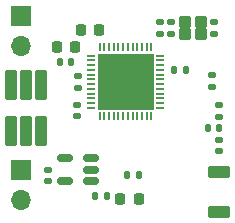
<source format=gbr>
%TF.GenerationSoftware,KiCad,Pcbnew,7.0.9*%
%TF.CreationDate,2024-03-10T22:23:53-07:00*%
%TF.ProjectId,P2.0,50322e30-2e6b-4696-9361-645f70636258,rev?*%
%TF.SameCoordinates,Original*%
%TF.FileFunction,Soldermask,Top*%
%TF.FilePolarity,Negative*%
%FSLAX46Y46*%
G04 Gerber Fmt 4.6, Leading zero omitted, Abs format (unit mm)*
G04 Created by KiCad (PCBNEW 7.0.9) date 2024-03-10 22:23:53*
%MOMM*%
%LPD*%
G01*
G04 APERTURE LIST*
G04 Aperture macros list*
%AMRoundRect*
0 Rectangle with rounded corners*
0 $1 Rounding radius*
0 $2 $3 $4 $5 $6 $7 $8 $9 X,Y pos of 4 corners*
0 Add a 4 corners polygon primitive as box body*
4,1,4,$2,$3,$4,$5,$6,$7,$8,$9,$2,$3,0*
0 Add four circle primitives for the rounded corners*
1,1,$1+$1,$2,$3*
1,1,$1+$1,$4,$5*
1,1,$1+$1,$6,$7*
1,1,$1+$1,$8,$9*
0 Add four rect primitives between the rounded corners*
20,1,$1+$1,$2,$3,$4,$5,0*
20,1,$1+$1,$4,$5,$6,$7,0*
20,1,$1+$1,$6,$7,$8,$9,0*
20,1,$1+$1,$8,$9,$2,$3,0*%
G04 Aperture macros list end*
%ADD10RoundRect,0.102000X-0.380000X-1.200000X0.380000X-1.200000X0.380000X1.200000X-0.380000X1.200000X0*%
%ADD11RoundRect,0.102000X-0.800000X0.400000X-0.800000X-0.400000X0.800000X-0.400000X0.800000X0.400000X0*%
%ADD12RoundRect,0.140000X0.140000X0.170000X-0.140000X0.170000X-0.140000X-0.170000X0.140000X-0.170000X0*%
%ADD13RoundRect,0.135000X-0.135000X-0.185000X0.135000X-0.185000X0.135000X0.185000X-0.135000X0.185000X0*%
%ADD14RoundRect,0.147500X-0.172500X0.147500X-0.172500X-0.147500X0.172500X-0.147500X0.172500X0.147500X0*%
%ADD15RoundRect,0.150000X0.512500X0.150000X-0.512500X0.150000X-0.512500X-0.150000X0.512500X-0.150000X0*%
%ADD16RoundRect,0.140000X0.170000X-0.140000X0.170000X0.140000X-0.170000X0.140000X-0.170000X-0.140000X0*%
%ADD17O,1.700000X1.700000*%
%ADD18R,1.700000X1.700000*%
%ADD19RoundRect,0.102000X-0.425000X-0.375000X0.425000X-0.375000X0.425000X0.375000X-0.425000X0.375000X0*%
%ADD20RoundRect,0.140000X-0.170000X0.140000X-0.170000X-0.140000X0.170000X-0.140000X0.170000X0.140000X0*%
%ADD21RoundRect,0.147500X-0.147500X-0.172500X0.147500X-0.172500X0.147500X0.172500X-0.147500X0.172500X0*%
%ADD22RoundRect,0.225000X0.225000X0.250000X-0.225000X0.250000X-0.225000X-0.250000X0.225000X-0.250000X0*%
%ADD23RoundRect,0.218750X-0.218750X-0.256250X0.218750X-0.256250X0.218750X0.256250X-0.218750X0.256250X0*%
%ADD24R,0.762000X0.203200*%
%ADD25R,0.203200X0.762000*%
%ADD26R,4.699000X4.699000*%
%ADD27RoundRect,0.135000X0.185000X-0.135000X0.185000X0.135000X-0.185000X0.135000X-0.185000X-0.135000X0*%
%ADD28RoundRect,0.135000X-0.185000X0.135000X-0.185000X-0.135000X0.185000X-0.135000X0.185000X0.135000X0*%
G04 APERTURE END LIST*
D10*
%TO.C,J2*%
X78250000Y-61500000D03*
X78250000Y-57600000D03*
X76980000Y-61500000D03*
X76980000Y-57600000D03*
X75710000Y-61500000D03*
X75710000Y-57600000D03*
%TD*%
D11*
%TO.C,AE1*%
X93300000Y-68362500D03*
X93300000Y-64962500D03*
%TD*%
D12*
%TO.C,C11*%
X83780000Y-67000000D03*
X82820000Y-67000000D03*
%TD*%
D13*
%TO.C,R18*%
X85490000Y-65250000D03*
X86510000Y-65250000D03*
%TD*%
D12*
%TO.C,C17*%
X89520000Y-56400000D03*
X90480000Y-56400000D03*
%TD*%
D14*
%TO.C,L2*%
X93300000Y-62262500D03*
X93300000Y-63232500D03*
%TD*%
D15*
%TO.C,U4*%
X82500000Y-65750000D03*
X82500000Y-64800000D03*
X82500000Y-63850000D03*
X80225000Y-63850000D03*
X80225000Y-65750000D03*
%TD*%
D16*
%TO.C,C14*%
X81300000Y-59300000D03*
X81300000Y-60260000D03*
%TD*%
D17*
%TO.C,J1*%
X76500000Y-54290000D03*
D18*
X76500000Y-51750000D03*
%TD*%
D19*
%TO.C,Y1*%
X90378999Y-52279001D03*
X91728999Y-52279001D03*
X91728999Y-53329001D03*
X90378999Y-53329001D03*
%TD*%
D20*
%TO.C,C13*%
X88278999Y-52319001D03*
X88278999Y-53279001D03*
%TD*%
D12*
%TO.C,C12*%
X80805000Y-55650000D03*
X79845000Y-55650000D03*
%TD*%
D21*
%TO.C,L3*%
X92330000Y-61250000D03*
X93300000Y-61250000D03*
%TD*%
D16*
%TO.C,C18*%
X92878999Y-53279001D03*
X92878999Y-52319001D03*
%TD*%
D22*
%TO.C,C19*%
X83125000Y-52950000D03*
X81575000Y-52950000D03*
%TD*%
D20*
%TO.C,C16*%
X89228999Y-52319001D03*
X89228999Y-53279001D03*
%TD*%
D22*
%TO.C,C20*%
X81100000Y-54450000D03*
X79550000Y-54450000D03*
%TD*%
D16*
%TO.C,C15*%
X93300000Y-60300000D03*
X93300000Y-59340000D03*
%TD*%
D23*
%TO.C,D1*%
X84925000Y-67300000D03*
X86500000Y-67300000D03*
%TD*%
D18*
%TO.C,BT1*%
X76525000Y-64800000D03*
D17*
X76525000Y-67340000D03*
%TD*%
D16*
%TO.C,C10*%
X78800000Y-65760000D03*
X78800000Y-64800000D03*
%TD*%
D24*
%TO.C,U5*%
X82458000Y-55150000D03*
X82458000Y-55550002D03*
X82458000Y-55950001D03*
X82458000Y-56350000D03*
X82458000Y-56750002D03*
X82458000Y-57150001D03*
X82458000Y-57550001D03*
X82458000Y-57950000D03*
X82458000Y-58350002D03*
X82458000Y-58750001D03*
X82458000Y-59150000D03*
X82458000Y-59550002D03*
D25*
X83178999Y-60271001D03*
X83579001Y-60271001D03*
X83979000Y-60271001D03*
X84378999Y-60271001D03*
X84779001Y-60271001D03*
X85179000Y-60271001D03*
X85579000Y-60271001D03*
X85978999Y-60271001D03*
X86379001Y-60271001D03*
X86779000Y-60271001D03*
X87178999Y-60271001D03*
X87579001Y-60271001D03*
D24*
X88300000Y-59550002D03*
X88300000Y-59150000D03*
X88300000Y-58750001D03*
X88300000Y-58350002D03*
X88300000Y-57950000D03*
X88300000Y-57550001D03*
X88300000Y-57150001D03*
X88300000Y-56750002D03*
X88300000Y-56350000D03*
X88300000Y-55950001D03*
X88300000Y-55550002D03*
X88300000Y-55150000D03*
D25*
X87579001Y-54429001D03*
X87178999Y-54429001D03*
X86779000Y-54429001D03*
X86379001Y-54429001D03*
X85978999Y-54429001D03*
X85579000Y-54429001D03*
X85179000Y-54429001D03*
X84779001Y-54429001D03*
X84378999Y-54429001D03*
X83979000Y-54429001D03*
X83579001Y-54429001D03*
X83178999Y-54429001D03*
D26*
X85379000Y-57350001D03*
%TD*%
D27*
%TO.C,R20*%
X81325000Y-57885000D03*
X81325000Y-56865000D03*
%TD*%
D28*
%TO.C,R13*%
X92700000Y-56790000D03*
X92700000Y-57810000D03*
%TD*%
M02*

</source>
